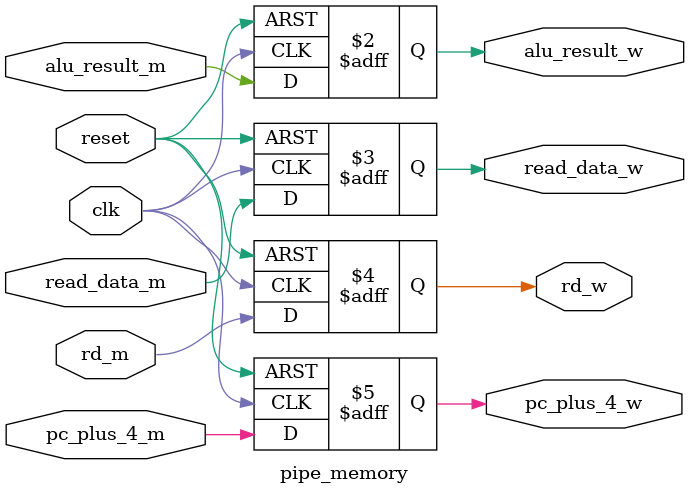
<source format=sv>
`timescale 1ns/1ps

module pipe_memory(
	input logic clk,
	input logic reset,
	input logic alu_result_m,
	input logic read_data_m,
	input logic rd_m,
	input logic pc_plus_4_m,
	output logic alu_result_w,
    output logic read_data_w,
    output logic rd_w,
    output logic pc_plus_4_w
);

always_ff @(posedge clk, posedge reset)
	if (reset) begin
		alu_result_w <= 0;
        read_data_w <= 0;
        rd_w <= 0;
        pc_plus_4_w <= 0;
	end else begin
		alu_result_w <= alu_result_m;
        read_data_w <= read_data_m;
        rd_w <=  rd_m;
        pc_plus_4_w <= pc_plus_4_m;
	end
endmodule

</source>
